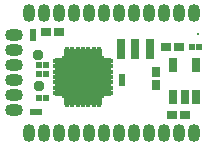
<source format=gts>
G04 #@! TF.FileFunction,Soldermask,Top*
%FSLAX46Y46*%
G04 Gerber Fmt 4.6, Leading zero omitted, Abs format (unit mm)*
G04 Created by KiCad (PCBNEW 4.0.0-rc2-stable) date 12/26/2015 3:45:16 PM*
%MOMM*%
G01*
G04 APERTURE LIST*
%ADD10C,0.100000*%
%ADD11C,0.939800*%
%ADD12O,1.016000X1.524000*%
%ADD13R,0.754000X1.754000*%
%ADD14R,0.804000X1.254000*%
%ADD15R,0.854000X0.754000*%
%ADD16R,0.554000X0.604000*%
%ADD17R,0.604000X0.554000*%
%ADD18R,0.754000X0.854000*%
%ADD19C,0.177800*%
%ADD20O,1.524000X1.016000*%
%ADD21O,0.504000X1.054000*%
%ADD22O,1.054000X0.504000*%
%ADD23R,3.654000X3.654000*%
G04 APERTURE END LIST*
D10*
D11*
X106553000Y-121031000D03*
X106629200Y-123698000D03*
X109372400Y-121945400D03*
X111353600Y-123901200D03*
D12*
X105791000Y-117475000D03*
X107061000Y-117475000D03*
X108331000Y-117475000D03*
X109601000Y-117475000D03*
X110871000Y-117475000D03*
X112141000Y-117475000D03*
X113411000Y-117475000D03*
X114681000Y-117475000D03*
X115951000Y-117475000D03*
X117221000Y-117475000D03*
X118491000Y-117475000D03*
X119761000Y-117475000D03*
X105791000Y-127635000D03*
X107061000Y-127635000D03*
X108331000Y-127635000D03*
X109601000Y-127635000D03*
X110871000Y-127635000D03*
X112141000Y-127635000D03*
X113411000Y-127635000D03*
X114681000Y-127635000D03*
X115951000Y-127635000D03*
X117221000Y-127635000D03*
X118491000Y-127635000D03*
X119761000Y-127635000D03*
D13*
X116008000Y-120523000D03*
X114808000Y-120523000D03*
X113608000Y-120523000D03*
D14*
X118029000Y-124617000D03*
X118979000Y-124617000D03*
X119929000Y-124617000D03*
X119929000Y-121917000D03*
X118029000Y-121917000D03*
D15*
X117433000Y-120396000D03*
X118533000Y-120396000D03*
D16*
X107209000Y-121920000D03*
X106659000Y-121920000D03*
D17*
X113665000Y-123465000D03*
X113665000Y-122915000D03*
D16*
X106650200Y-125857000D03*
X106100200Y-125857000D03*
X119613000Y-120396000D03*
X120163000Y-120396000D03*
X106659000Y-124714000D03*
X107209000Y-124714000D03*
X107209000Y-122682000D03*
X106659000Y-122682000D03*
D15*
X117941000Y-126111000D03*
X119041000Y-126111000D03*
D18*
X116586000Y-122513000D03*
X116586000Y-123613000D03*
D19*
X120142000Y-119253000D03*
D15*
X108362840Y-119105680D03*
X107262840Y-119105680D03*
D17*
X106172000Y-119105000D03*
X106172000Y-119655000D03*
D20*
X104521000Y-125730000D03*
X104521000Y-124460000D03*
X104521000Y-123190000D03*
X104521000Y-121920000D03*
X104521000Y-120650000D03*
X104521000Y-119380000D03*
D21*
X109013000Y-124936000D03*
X109463000Y-124936000D03*
X109913000Y-124936000D03*
X110363000Y-124936000D03*
X110813000Y-124936000D03*
X111263000Y-124936000D03*
X111713000Y-124936000D03*
D22*
X108363000Y-121586000D03*
X108363000Y-122036000D03*
X108363000Y-122486000D03*
X108363000Y-122936000D03*
X108363000Y-123386000D03*
X108363000Y-123836000D03*
X108363000Y-124286000D03*
X112363000Y-124286000D03*
X112363000Y-123836000D03*
X112363000Y-123386000D03*
X112363000Y-122936000D03*
X112363000Y-122486000D03*
X112363000Y-122036000D03*
X112363000Y-121586000D03*
D21*
X111713000Y-120936000D03*
X111263000Y-120936000D03*
X110813000Y-120936000D03*
X110363000Y-120936000D03*
X109913000Y-120936000D03*
X109463000Y-120936000D03*
X109013000Y-120936000D03*
D23*
X110363000Y-122936000D03*
M02*

</source>
